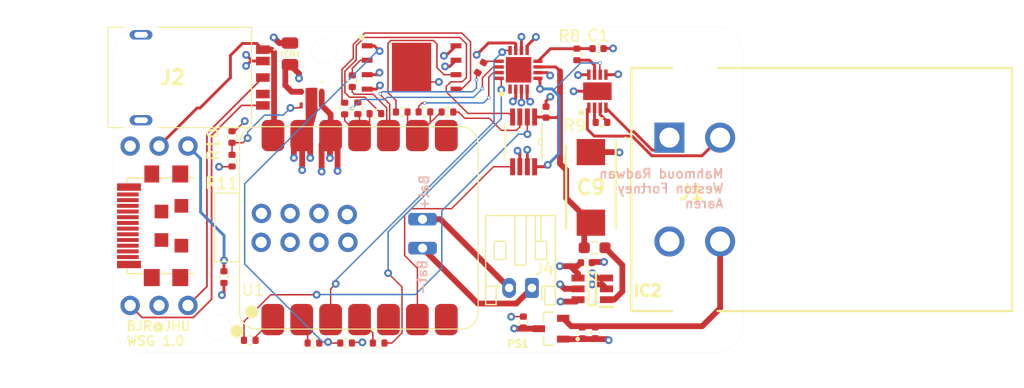
<source format=kicad_pcb>
(kicad_pcb (version 20221018) (generator pcbnew)
  (layers (0 "F.Cu" signal "Front") (1 "In1.Cu" signal) (2 "In2.Cu" signal) (31 "B.Cu" signal "Back") (34 "B.Paste" user) (35 "F.Paste" user) (36 "B.SilkS" user "B.Silkscreen") (37 "F.SilkS" user "F.Silkscreen") (38 "B.Mask" user) (39 "F.Mask" user) (44 "Edge.Cuts" user))
  (net 0 "")
  (net 1 "FilteredSig")
  (net 2 "GNDA")
  (net 3 "5V5")
  (net 4 "2V5 Ref")
  (net 5 "5V Reference")
  (net 7 "DAC Bias")
  (net 8 "3V3")
  (net 9 "ADC DReady")
  (net 10 "MISO")
  (net 11 "MOSI")
  (net 12 "SCLK")
  (net 13 "CS-ADC")
  (net 15 "S-")
  (net 16 "Net-(IC3-RG_1)")
  (net 17 "Net-(IC3-RG_2)")
  (net 18 "S+")
  (net 19 "AmplifiedSig")
  (net 20 "CS-MEM")
  (net 21 "5V USB")
  (net 23 "USB_D+")
  (net 24 "USB_D-")
  (net 27 "Net-(PS2-FB)")
  (net 28 "CS-DAC")
  (net 29 "Net-(U1-PA02_A0_D0)")
  (net 30 "Net-(U1-PA4_A1_D1)")
  (net 31 "Net-(U1-PA11_A3_D3)")
  (net 32 "LDAC-DAC")
  (net 33 "Net-(J3-CC)")
  (net 37 "BAT-")
  (net 38 "BAT+")
  (net 45 "MISO_ADC")
  (net 46 "MOSI_ADC")
  (net 47 "SCLK_ADC")
  (net 48 "MISO_FLASH")
  (net 49 "MOSI_FLASH")
  (net 50 "SCLK_FLASH")
  (net 51 "SCLK_DAC")
  (net 52 "MOSI_DAC")
  (net 54 "Net-(IC2-OUT)")
  (footprint "21xt_footprints:SOT91P240X110-3N" (layer "F.Cu") (at 38.45 26.53 180)
    (fp_text reference "PS1")
    (fp_text value "AP2120N-2.5TRG1")
  )
  (footprint "21xt_footprints:USB_C_PLACE" (layer "F.Cu") (at 1.48 17.49 90)
    (fp_text reference "J3" hide)
    (fp_text value "USB_C_Plug_USB2.0")
  )
  (footprint "Capacitor_SMD:C_0402_1005Metric" (layer "F.Cu") (at 38.01 7.51 -90)
    (fp_text reference "C6" hide)
    (fp_text value ".1uF")
  )
  (footprint "Capacitor_SMD:C_0402_1005Metric" (layer "F.Cu") (at 42.33 26.89 -90)
    (fp_text reference "C5" hide)
    (fp_text value "10uF")
  )
  (footprint "Resistor_SMD:R_0402_1005Metric" (layer "F.Cu") (at 42.88 8.41)
    (fp_text reference "R9")
    (fp_text value "200")
  )
  (footprint "21xt_footprints:MCP1501-50" (layer "F.Cu") (at 42.07 23.03 180)
    (fp_text reference "IC2")
    (fp_text value "MCP1502T-50E_CHY" hide)
  )
  (footprint "Resistor_SMD:R_0402_1005Metric" (layer "F.Cu") (at 9.72 22 -90)
    (fp_text reference "R13" hide)
    (fp_text value "5k")
  )
  (footprint "Capacitor_SMD:C_0805_2012Metric" (layer "F.Cu") (at 15.52 2.39 90)
    (fp_text reference "C8")
    (fp_text value "47uF")
  )
  (footprint "21xt_footprints:AD5626" (layer "F.Cu") (at 36.04 10.12 -90)
    (fp_text reference "U2" hide)
    (fp_text value "AD5626BRMZ")
  )
  (footprint "21xt_footprints:DTF134PG003" (layer "F.Cu") (at 48.85 9.75 180)
    (fp_text reference "J1")
    (fp_text value "ATF13-4P-BM13" hide)
  )
  (footprint "21xt_footprints:SON50P300X300X80-9N-D" (layer "F.Cu") (at 42.52 5.67 90)
    (fp_text reference "IC3" hide)
    (fp_text value "INA821IDRGR" hide)
  )
  (footprint "Resistor_SMD:R_0402_1005Metric" (layer "F.Cu") (at 25.34 7.5)
    (fp_text reference "R3" hide)
    (fp_text value "45.5")
  )
  (footprint "21xt_footprints:CAPPM7344X310N" (layer "F.Cu") (at 41.95 14.12 -90)
    (fp_text reference "C9")
    (fp_text value "TAJD106M035RNJ" hide)
  )
  (footprint "Resistor_SMD:R_0402_1005Metric" (layer "F.Cu") (at 32.27 3.6 -120)
    (fp_text reference "R14" hide)
    (fp_text value "45.5")
  )
  (footprint "Capacitor_SMD:C_0402_1005Metric" (layer "F.Cu") (at 41.55 20.73)
    (fp_text reference "C2" hide)
    (fp_text value "0.1uF")
  )
  (footprint "Resistor_SMD:R_0402_1005Metric" (layer "F.Cu") (at 20.45 27.79 180)
    (fp_text reference "R12" hide)
    (fp_text value "100k")
  )
  (footprint "21xt_footprints:SON127P800X600X80-9N-D" (layer "F.Cu") (at 26.2 3.585)
    (fp_text reference "IC4" hide)
    (fp_text value "W25N04KVZEIR" hide)
  )
  (footprint "Resistor_SMD:R_0603_1608Metric_Pad0.98x0.95mm_HandSolder" (layer "F.Cu") (at 42.28 19.42)
    (fp_text reference "R6" hide)
    (fp_text value "60")
  )
  (footprint "Resistor_SMD:R_0402_1005Metric" (layer "F.Cu") (at 11.99 27.55)
    (fp_text reference "R4" hide)
    (fp_text value "45.5")
  )
  (footprint "Capacitor_SMD:C_0402_1005Metric" (layer "F.Cu") (at 42.58 1.93)
    (fp_text reference "C1")
    (fp_text value "10nF")
  )
  (footprint "Resistor_SMD:R_0402_1005Metric" (layer "F.Cu") (at 10.43 9.69 -90)
    (fp_text reference "R10")
    (fp_text value "80.6k")
  )
  (footprint "Resistor_SMD:R_0402_1005Metric" (layer "F.Cu") (at 29.35 7.5 180)
    (fp_text reference "R2" hide)
    (fp_text value "45.5")
  )
  (footprint "Resistor_SMD:R_0402_1005Metric" (layer "F.Cu") (at 23.31 27.79 180)
    (fp_text reference "R7" hide)
    (fp_text value "45.5")
  )
  (footprint "Resistor_SMD:R_0402_1005Metric" (layer "F.Cu") (at 27.33 7.49)
    (fp_text reference "R1" hide)
    (fp_text value "45.5")
  )
  (footprint "Resistor_SMD:R_0402_1005Metric" (layer "F.Cu") (at 10.43 11.77 -90)
    (fp_text reference "R11")
    (fp_text value "806k")
  )
  (footprint "Capacitor_SMD:C_0402_1005Metric" (layer "F.Cu") (at 41.19 26.9 -90)
    (fp_text reference "C4" hide)
    (fp_text value "1uF")
  )
  (footprint "21xt_footprints:TPSM83100SIUR" (layer "F.Cu") (at 17.41 6.32 -90)
    (fp_text reference "PS2" hide)
    (fp_text value "TPSM83100SIUR" hide)
  )
  (footprint "Resistor_SMD:R_0402_1005Metric" (layer "F.Cu") (at 20.99 4.79 -90)
    (fp_text reference "R16" hide)
    (fp_text value "45.5")
  )
  (footprint "21xt_footprints:QFN50P350X350X100-17N-D" (layer "F.Cu") (at 35.6 3.79 90)
    (fp_text reference "IC1" hide)
    (fp_text value "ADS1120IRVAR" hide)
  )
  (footprint "Capacitor_SMD:C_0402_1005Metric" (layer "F.Cu") (at 36.02 25.95 90)
    (fp_text reference "C3" hide)
    (fp_text value "1uF")
  )
  (footprint "Connector_JST:JST_PH_S2B-PH-K_1x02_P2.00mm_Horizontal" (layer "F.Cu") (at 36.77 22.95 180)
    (fp_text reference "J4")
    (fp_text value "Conn_01x02")
  )
  (footprint "21xt_footprints:esp32 c6 smt" (layer "F.Cu") (at 21.6085 17.4484 90)
    (fp_text reference "U1")
    (fp_text value "esp32 c6 xiao")
  )
  (footprint "Resistor_SMD:R_0402_1005Metric" (layer "F.Cu") (at 21.48 7.17 -90)
    (fp_text reference "R17" hide)
    (fp_text value "45.5")
  )
  (footprint "21xt_footprints:SJ3541ASSMTTR67" (layer "F.Cu") (at 5.19 4.47)
    (fp_text reference "J2")
    (fp_text value "SJ-3541AS-SMT-TR-67" hide)
  )
  (footprint "Resistor_SMD:R_0402_1005Metric" (layer "F.Cu") (at 40.72 2.44 90)
    (fp_text reference "R8")
    (fp_text value "1k")
  )
  (footprint "Resistor_SMD:R_0402_1005Metric" (layer "F.Cu") (at 20.32 7.19 -90)
    (fp_text reference "R19" hide)
    (fp_text value "45.5")
  )
  (footprint "Resistor_SMD:R_0402_1005Metric" (layer "F.Cu") (at 17.58 27.79 180)
    (fp_text reference "R5" hide)
    (fp_text value "45.5")
  )
  (footprint "Resistor_SMD:R_0402_1005Metric" (layer "F.Cu") (at 23.02 7.64 180)
    (fp_text reference "R18" hide)
    (fp_text value "45.5")
  )
  (gr_arc (start 52.832 0) (mid 54.62805 0.74395) (end 55.372 2.54) (stroke (width 0.01)) (layer "Edge.Cuts"))
  (gr_circle (center 18.51025 2.159127) (end 19.64055 2.159127) (stroke (width 0.01)) (fill none) (layer "Edge.Cuts"))
  (gr_line (start 2.54 28.60675) (end 52.832 28.60675) (stroke (width 0.01)) (layer "Edge.Cuts"))
  (gr_arc (start 55.372 26.06675) (mid 54.628051 27.862801) (end 52.832 28.60675) (stroke (width 0.01)) (layer "Edge.Cuts"))
  (gr_circle (center 9.23125 26.447877) (end 10.36155 26.447877) (stroke (width 0.01)) (fill none) (layer "Edge.Cuts"))
  (gr_line (start 52.832 0) (end 2.54 0) (stroke (width 0.01)) (layer "Edge.Cuts"))
  (gr_line (start 55.372 26.06675) (end 55.372 2.54) (stroke (width 0.01)) (layer "Edge.Cuts"))
  (gr_arc (start 0 2.54) (mid 0.743949 0.743949) (end 2.54 0) (stroke (width 0.01)) (layer "Edge.Cuts"))
  (gr_arc (start 2.54 28.60675) (mid 0.743948 27.862801) (end 0 26.06675) (stroke (width 0.01)) (layer "Edge.Cuts"))
  (gr_line (start 0 2.54) (end 0 26.06675) (stroke (width 0.01)) (layer "Edge.Cuts"))
  (gr_text "Bat-" (at 27.63 20.4 90) (layer "B.SilkS") (effects (font (size 0.8128 0.8128) (thickness 0.1524) bold) (justify left bottom mirror)))
  (gr_text "Mahmoud Radwan\nWeston Fortney\nAaren" (at 53.69 16.01) (layer "B.SilkS") (effects (font (size 0.8128 0.8128) (thickness 0.1524) bold) (justify left bottom mirror)))
  (gr_text "Bat+" (at 27.78 12.94 90) (layer "B.SilkS") (effects (font (size 0.8128 0.8128) (thickness 0.1524) bold) (justify left bottom mirror)))
  (gr_text "BJR@JHU\nWSG 1.0" (at 1.07 28.09) (layer "F.SilkS") (effects (font (size 0.8128 0.8128) (thickness 0.1524) bold) (justify left bottom)))
  (segment (start 42.1 1.93) (end 40.72 1.93) (width 0.254) (layer "F.Cu") (net 1))
  (segment (start 40.72 1.93) (end 40.71 1.94) (width 0.254) (layer "F.Cu") (net 1))
  (segment (start 40.71 1.94) (end 38.4 1.94) (width 0.254) (layer "F.Cu") (net 1))
  (segment (start 38.4 1.94) (end 37.3 3.04) (width 0.254) (layer "F.Cu") (net 1))
  (segment (start 35.35 6.32) (end 35.1 6.57) (width 0.254) (layer "F.Cu") (net 2))
  (segment (start 16.59 9.605) (end 16.55 9.565) (width 0.508) (layer "F.Cu") (net 2))
  (segment (start 36.02 25.47) (end 34.96 25.47) (width 0.127) (layer "F.Cu") (net 2))
  (segment (start 9.72 22.51) (end 9.72 23.4) (width 0.254) (layer "F.Cu") (net 2))
  (segment (start 43.11 20.67) (end 42.09 20.67) (width 0.508) (layer "F.Cu") (net 2))
  (segment (start 36.3702 12.3044) (end 36.3702 10.8202) (width 0.254) (layer "F.Cu") (net 2))
  (segment (start 10.43 9.18) (end 10.67 9.18) (width 0.127) (layer "F.Cu") (net 2))
  (segment (start 9.72 23.4) (end 9.54 23.58) (width 0.254) (layer "F.Cu") (net 2))
  (segment (start 15.52 1.44) (end 14.58 1.44) (width 0.508) (layer "F.Cu") (net 2))
  (segment (start 41.95 11.02) (end 44.43 11.02) (width 0.508) (layer "F.Cu") (net 2))
  (segment (start 23.090111 5.49) (end 23.422504 5.157607) (width 0.254) (layer "F.Cu") (net 2))
  (segment (start 36.35 6.32) (end 36.62 6.59) (width 0.254) (layer "F.Cu") (net 2))
  (segment (start 16.59 12.6) (end 16.59 9.605) (width 0.508) (layer "F.Cu") (net 2))
  (segment (start 11.67 2.48) (end 12.21 3.02) (width 0.254) (layer "F.Cu") (net 2))
  (segment (start 44.43 11.02) (end 44.46 11.05) (width 0.508) (layer "F.Cu") (net 2))
  (segment (start 35.35 5.49) (end 35.35 6.32) (width 0.254) (layer "F.Cu") (net 2))
  (segment (start 42.93 22.64) (end 42.06 22.64) (width 0.508) (layer "F.Cu") (net 2))
  (segment (start 38.01 6.53) (end 38.38 6.16) (width 0.254) (layer "F.Cu") (net 2))
  (segment (start 14.58 1.44) (end 14.09 0.95) (width 0.508) (layer "F.Cu") (net 2))
  (segment (start 15.86 10.255) (end 16.55 9.565) (width 0.508) (layer "F.Cu") (net 2))
  (segment (start 39.64 23.03) (end 39.24 22.63) (width 0.508) (layer "F.Cu") (net 2))
  (segment (start 17.3 10.315) (end 16.55 9.565) (width 0.508) (layer "F.Cu") (net 2))
  (segment (start 42.51 22.08) (end 42.09 21.66) (width 0.508) (layer "F.Cu") (net 2))
  (segment (start 38.12 4.04) (end 38.37 4.29) (width 0.254) (layer "F.Cu") (net 2))
  (segment (start 40.82 23.03) (end 39.64 23.03) (width 0.508) (layer "F.Cu") (net 2))
  (segment (start 43.32 23.03) (end 42.93 22.64) (width 0.508) (layer "F.Cu") (net 2))
  (segment (start 42.09 22.67) (end 42.06 22.64) (width 0.508) (layer "F.Cu") (net 2))
  (segment (start 15.86 11.53) (end 15.86 10.255) (width 0.508) (layer "F.Cu") (net 2))
  (segment (start 43.27 4.22) (end 44.31 4.22) (width 0.254) (layer "F.Cu") (net 2))
  (segment (start 17.3 11.53) (end 17.3 10.315) (width 0.508) (layer "F.Cu") (net 2))
  (segment (start 40.45 5.67) (end 40.44 5.68) (width 0.254) (layer "F.Cu") (net 2))
  (segment (start 42.52 5.67) (end 40.45 5.67) (width 0.254) (layer "F.Cu") (net 2))
  (segment (start 26.2 3.585) (end 27.475 4.86) (width 0.127) (layer "F.Cu") (net 2))
  (segment (start 39.52 27.445) (end 43.415 27.445) (width 0.508) (layer "F.Cu") (net 2))
  (segment (start 36.35 5.49) (end 36.35 6.32) (width 0.254) (layer "F.Cu") (net 2))
  (segment (start 43.32 22.08) (end 42.51 22.08) (width 0.508) (layer "F.Cu") (net 2))
  (segment (start 42.09 20.67) (end 42.03 20.73) (width 0.508) (layer "F.Cu") (net 2))
  (segment (start 10.67 9.18) (end 11.55 8.3) (width 0.127) (layer "F.Cu") (net 2))
  (segment (start 43.08 1.91) (end 43.9 1.91) (width 0.254) (layer "F.Cu") (net 2))
  (segment (start 12.21 3.02) (end 13.14 3.02) (width 0.254) (layer "F.Cu") (net 2))
  (segment (start 36.3702 10.8202) (end 36.36 10.81) (width 0.254) (layer "F.Cu") (net 2))
  (segment (start 42.08 21.67) (end 42.09 21.66) (width 0.508) (layer "F.Cu") (net 2))
  (segment (start 12.21 3.02) (end 12.1 3.02) (width 0.254) (layer "F.Cu") (net 2))
  (segment (start 43.06 1.93) (end 43.08 1.91) (width 0.254) (layer "F.Cu") (net 2))
  (segment (start 38.01 7.03) (end 38.01 6.53) (width 0.254) (layer "F.Cu") (net 2))
  (segment (start 12.1 3.02) (end 11.67 3.45) (width 0.254) (layer "F.Cu") (net 2))
  (segment (start 27.475 4.86) (end 28.6 4.86) (width 0.127) (layer "F.Cu") (net 2))
  (segment (start 43.415 27.445) (end 43.51 27.54) (width 0.508) (layer "F.Cu") (net 2))
  (segment (start 17.11 9.005) (end 16.55 9.565) (width 0.254) (layer "F.Cu") (net 2))
  (segment (start 37.3 4.04) (end 38.12 4.04) (width 0.254) (layer "F.Cu") (net 2))
  (segment (start 44.31 4.22) (end 44.35 4.18) (width 0.254) (layer "F.Cu") (net 2))
  (segment (start 34.96 25.47) (end 34.95 25.48) (width 0.127) (layer "F.Cu") (net 2))
  (segment (start 22.3 5.49) (end 23.090111 5.49) (width 0.254) (layer "F.Cu") (net 2))
  (segment (start 35.85 5.49) (end 35.85 6.67) (width 0.254) (layer "F.Cu") (net 2))
  (via (at 35.85 6.67) (size 0.6858) (drill 0.3302) (layers "F.Cu" "B.Cu") (net 2))
  (via (at 35.1 6.57) (size 0.6858) (drill 0.3302) (layers "F.Cu" "B.Cu") (net 2))
  (via (at 15.86 11.53) (size 0.6858) (drill 0.3302) (layers "F.Cu" "B.Cu") (net 2))
  (via (at 28.6 4.86) (size 0.6858) (drill 0.3302) (layers "F.Cu" "B.Cu") (net 2))
  (via (at 43.11 20.67) (size 0.6858) (drill 0.3302) (layers "F.Cu" "B.Cu") (net 2))
  (via (at 11.55 8.3) (size 0.6858) (drill 0.3302) (layers "F.Cu" "B.Cu") (net 2))
  (via (at 11.67 3.45) (size 0.6858) (drill 0.3302) (layers "F.Cu" "B.Cu") (net 2))
  (via (at 42.09 21.66) (size 0.6858) (drill 0.3302) (layers "F.Cu" "B.Cu") (net 2))
  (via (at 42.06 22.64) (size 0.6858) (drill 0.3302) (layers "F.Cu" "B.Cu") (net 2))
  (via (at 11.67 2.48) (size 0.6858) (drill 0.3302) (layers "F.Cu" "B.Cu") (net 2))
  (via (at 36.62 6.59) (size 0.6858) (drill 0.3302) (layers "F.Cu" "B.Cu") (net 2))
  (via (at 23.422504 5.157607) (size 0.6858) (drill 0.3302) (layers "F.Cu" "B.Cu") (net 2))
  (via (at 44.46 11.05) (size 0.6858) (drill 0.3302) (layers "F.Cu" "B.Cu") (net 2))
  (via (at 9.54 23.58) (size 0.6858) (drill 0.3302) (layers "F.Cu" "B.Cu") (net 2))
  (via (at 34.95 25.48) (size 0.6858) (drill 0.3302) (layers "F.Cu" "B.Cu") (net 2))
  (via (at 44.35 4.18) (size 0.6858) (drill 0.3302) (layers "F.Cu" "B.Cu") (net 2))
  (via (at 38.37 4.29) (size 0.6858) (drill 0.3302) (layers "F.Cu" "B.Cu") (net 2))
  (via (at 39.24 22.63) (size 0.6858) (drill 0.3302) (layers "F.Cu" "B.Cu") (net 2))
  (via (at 38.38 6.16) (size 0.6858) (drill 0.3302) (layers "F.Cu" "B.Cu") (net 2))
  (via (at 16.59 12.6) (size 0.6858) (drill 0.3302) (layers "F.Cu" "B.Cu") (net 2))
  (via (at 14.09 0.95) (size 0.6858) (drill 0.3302) (layers "F.Cu" "B.Cu") (net 2))
  (via (at 36.36 10.81) (size 0.6858) (drill 0.3302) (layers "F.Cu" "B.Cu") (net 2))
  (via (at 43.9 1.91) (size 0.6858) (drill 0.3302) (layers "F.Cu" "B.Cu") (net 2))
  (via (at 17.3 11.53) (size 0.6858) (drill 0.3302) (layers "F.Cu" "B.Cu") (net 2))
  (via (at 43.51 27.54) (size 0.6858) (drill 0.3302) (layers "F.Cu" "B.Cu") (net 2))
  (via (at 40.44 5.68) (size 0.6858) (drill 0.3302) (layers "F.Cu" "B.Cu") (net 2))
  (segment (start 35.7098 11.0998) (end 35.51 10.9) (width 0.254) (layer "F.Cu") (net 3))
  (segment (start 15.11 3.75) (end 15.52 3.34) (width 0.508) (layer "F.Cu") (net 3))
  (segment (start 35.25 26.55) (end 35.21 26.51) (width 0.508) (layer "F.Cu") (net 3))
  (segment (start 39.22 21.04) (end 40.16 21.04) (width 0.508) (layer "F.Cu") (net 3))
  (segment (start 10.43 12.28) (end 10.4 12.31) (width 0.127) (layer "F.Cu") (net 3))
  (segment (start 40.85 4.22) (end 40.82 4.25) (width 0.254) (layer "F.Cu") (net 3))
  (segment (start 40.82 21.7) (end 40.82 22.08) (width 0.508) (layer "F.Cu") (net 3))
  (segment (start 16.31 4.54) (end 16.31 4.13) (width 0.508) (layer "F.Cu") (net 3))
  (segment (start 39.28 21.1) (end 39.22 21.04) (width 0.508) (layer "F.Cu") (net 3))
  (segment (start 41.07 20.73) (end 40.76 21.04) (width 0.508) (layer "F.Cu") (net 3))
  (segment (start 35.23 26.53) (end 35.21 26.51) (width 0.508) (layer "F.Cu") (net 3))
  (segment (start 40.65 24.15) (end 40.82 23.98) (width 0.508) (layer "F.Cu") (net 3))
  (segment (start 39.28 24.15) (end 40.65 24.15) (width 0.508) (layer "F.Cu") (net 3))
  (segment (start 40.76 21.04) (end 40.16 21.04) (width 0.508) (layer "F.Cu") (net 3))
  (segment (start 37.38 26.53) (end 35.23 26.53) (width 0.508) (layer "F.Cu") (net 3))
  (segment (start 41.77 4.22) (end 40.85 4.22) (width 0.254) (layer "F.Cu") (net 3))
  (segment (start 10.4 12.31) (end 9.29 12.31) (width 0.127) (layer "F.Cu") (net 3))
  (segment (start 15.11 5.14) (end 15.11 3.75) (width 0.508) (layer "F.Cu") (net 3))
  (segment (start 16.31 4.13) (end 15.52 3.34) (width 0.508) (layer "F.Cu") (net 3))
  (segment (start 15.1 5.15) (end 15.11 5.14) (width 0.508) (layer "F.Cu") (net 3))
  (segment (start 40.16 21.04) (end 40.82 21.7) (width 0.508) (layer "F.Cu") (net 3))
  (segment (start 15.67 5.72) (end 15.1 5.15) (width 0.508) (layer "F.Cu") (net 3))
  (segment (start 16.51 5.72) (end 15.67 5.72) (width 0.508) (layer "F.Cu") (net 3))
  (segment (start 35.85 0.89) (end 35.85 2.09) (width 0.254) (layer "F.Cu") (net 3))
  (segment (start 35.7098 12.3044) (end 35.7098 11.0998) (width 0.254) (layer "F.Cu") (net 3))
  (via (at 40.82 4.25) (size 0.6858) (drill 0.3302) (layers "F.Cu" "B.Cu") (net 3))
  (via (at 9.29 12.31) (size 0.6858) (drill 0.3302) (layers "F.Cu" "B.Cu") (net 3))
  (via (at 35.51 10.9) (size 0.6858) (drill 0.3302) (layers "F.Cu" "B.Cu") (net 3))
  (via (at 16.31 4.54) (size 0.6858) (drill 0.3302) (layers "F.Cu" "B.Cu") (net 3))
  (via (at 39.22 21.04) (size 0.6858) (drill 0.3302) (layers "F.Cu" "B.Cu") (net 3))
  (via (at 39.28 24.15) (size 0.6858) (drill 0.3302) (layers "F.Cu" "B.Cu") (net 3))
  (via (at 35.21 26.51) (size 0.6858) (drill 0.3302) (layers "F.Cu" "B.Cu") (net 3))
  (via (at 35.85 0.89) (size 0.6858) (drill 0.3302) (layers "F.Cu" "B.Cu") (net 3))
  (segment (start 36.35 2.09) (end 36.35 1.68) (width 0.254) (layer "F.Cu") (net 4))
  (segment (start 51.727114 26.31) (end 53.3 24.737114) (width 0.508) (layer "F.Cu") (net 4))
  (segment (start 39.52 25.615) (end 40.215 26.31) (width 0.508) (layer "F.Cu") (net 4))
  (segment (start 53.3 24.737114) (end 53.3 18.87) (width 0.508) (layer "F.Cu") (net 4))
  (segment (start 40.215 26.31) (end 51.727114 26.31) (width 0.508) (layer "F.Cu") (net 4))
  (segment (start 36.35 1.68) (end 37.12 0.91) (width 0.254) (layer "F.Cu") (net 4))
  (via (at 37.12 0.91) (size 0.6858) (drill 0.3302) (layers "F.Cu" "B.Cu") (net 4))
  (segment (start 38.87 3.54) (end 39.24 3.91) (width 0.254) (layer "F.Cu") (net 5))
  (segment (start 41.3675 19.42) (end 41.3675 17.8025) (width 0.508) (layer "F.Cu") (net 5))
  (segment (start 39.1012 7.99) (end 39.1556 7.9356) (width 0.254) (layer "F.Cu") (net 5))
  (segment (start 39.78 12.58) (end 39.78 15.05) (width 0.508) (layer "F.Cu") (net 5))
  (segment (start 39.24 8.02) (end 39.24 3.91) (width 0.508) (layer "F.Cu") (net 5))
  (segment (start 37.3 3.54) (end 38.87 3.54) (width 0.254) (layer "F.Cu") (net 5))
  (segment (start 37.0052 7.9356) (end 37.9556 7.9356) (width 0.254) (layer "F.Cu") (net 5))
  (segment (start 39.78 15.05) (end 41.95 17.22) (width 0.508) (layer "F.Cu") (net 5))
  (segment (start 39.24 12.04) (end 39.78 12.58) (width 0.508) (layer "F.Cu") (net 5))
  (segment (start 38.01 7.99) (end 39.1012 7.99) (width 0.254) (layer "F.Cu") (net 5))
  (segment (start 39.24 8.02) (end 39.1556 7.9356) (width 0.508) (layer "F.Cu") (net 5))
  (segment (start 41.3675 17.8025) (end 41.95 17.22) (width 0.508) (layer "F.Cu") (net 5))
  (segment (start 39.24 8.02) (end 39.24 12.04) (width 0.508) (layer "F.Cu") (net 5))
  (segment (start 37.9556 7.9356) (end 38.01 7.99) (width 0.254) (layer "F.Cu") (net 5))
  (segment (start 37.9956 12.3044) (end 38.16 12.14) (width 0.254) (layer "F.Cu") (net 7))
  (segment (start 37.48 5.47) (end 37.48 4.72) (width 0.254) (layer "F.Cu") (net 7))
  (segment (start 37.48 4.72) (end 37.3 4.54) (width 0.254) (layer "F.Cu") (net 7))
  (segment (start 42.74 4.19) (end 42.77 4.22) (width 0.127) (layer "F.Cu") (net 7))
  (segment (start 37.0052 12.3044) (end 37.9956 12.3044) (width 0.254) (layer "F.Cu") (net 7))
  (segment (start 42.74 3.19) (end 42.74 4.19) (width 0.127) (layer "F.Cu") (net 7))
  (via (at 37.48 5.47) (size 0.6858) (drill 0.3302) (layers "F.Cu" "B.Cu") (net 7))
  (via (at 38.16 12.14) (size 0.6858) (drill 0.3302) (layers "F.Cu" "B.Cu") (net 7))
  (via (at 42.74 3.19) (size 0.3) (drill 0.2) (layers "F.Cu" "B.Cu") (net 7))
  (segment (start 40.57 3.67) (end 41.05 3.19) (width 0.127) (layer "B.Cu") (net 7))
  (segment (start 38.652072 5.587928) (end 38.534144 5.47) (width 0.254) (layer "B.Cu") (net 7))
  (segment (start 38.652072 5.587928) (end 40.57 3.67) (width 0.127) (layer "B.Cu") (net 7))
  (segment (start 39.17 11.13) (end 38.16 12.14) (width 0.254) (layer "B.Cu") (net 7))
  (segment (start 41.05 3.19) (end 42.74 3.19) (width 0.127) (layer "B.Cu") (net 7))
  (segment (start 38.534144 5.47) (end 37.48 5.47) (width 0.254) (layer "B.Cu") (net 7))
  (segment (start 38.652072 5.587928) (end 39.17 6.105856) (width 0.254) (layer "B.Cu") (net 7))
  (segment (start 39.17 6.105856) (end 39.17 11.13) (width 0.254) (layer "B.Cu") (net 7))
  (segment (start 29.39 2.39) (end 30.1 1.68) (width 0.254) (layer "F.Cu") (net 8))
  (segment (start 29.39 2.39) (end 29.21 2.39) (width 0.254) (layer "F.Cu") (net 8))
  (segment (start 21.02 27.73) (end 21.88 27.73) (width 0.127) (layer "F.Cu") (net 8))
  (segment (start 18.3 10.355) (end 19.09 9.565) (width 0.508) (layer "F.Cu") (net 8))
  (segment (start 18.3 12.73) (end 18.3 10.355) (width 0.508) (layer "F.Cu") (net 8))
  (segment (start 19.7 10.175) (end 19.09 9.565) (width 0.508) (layer "F.Cu") (net 8))
  (segment (start 23.2 4.22) (end 23.38 4.04) (width 0.254) (layer "F.Cu") (net 8))
  (segment (start 29.56 3.49) (end 30.1 2.95) (width 0.254) (layer "F.Cu") (net 8))
  (segment (start 19.7 12.68) (end 19.7 10.175) (width 0.508) (layer "F.Cu") (net 8))
  (segment (start 29.21 2.39) (end 29.04 2.56) (width 0.254) (layer "F.Cu") (net 8))
  (segment (start 32.9574 1.436) (end 35.254 1.436) (width 0.254) (layer "F.Cu") (net 8))
  (segment (start 20.96 27.79) (end 21.02 27.73) (width 0.127) (layer "F.Cu") (net 8))
  (segment (start 19.09 7.7) (end 18.31 6.92) (width 0.508) (layer "F.Cu") (net 8))
  (segment (start 31.9134 2.48) (end 32.9574 1.436) (width 0.254) (layer "F.Cu") (net 8))
  (segment (start 19.03 11.55) (end 19.03 9.625) (width 0.508) (layer "F.Cu") (net 8))
  (segment (start 19.69 12.67) (end 19.7 12.68) (width 0.508) (layer "F.Cu") (net 8))
  (segment (start 19.03 9.625) (end 19.09 9.565) (width 0.508) (layer "F.Cu") (net 8))
  (segment (start 18.31 6.92) (end 18.31 5.72) (width 0.508) (layer "F.Cu") (net 8))
  (segment (start 29.15 3.49) (end 29.56 3.49) (width 0.254) (layer "F.Cu") (net 8))
  (segment (start 22.3 4.22) (end 23.2 4.22) (width 0.254) (layer "F.Cu") (net 8))
  (segment (start 35.35 1.532) (end 35.35 2.09) (width 0.254) (layer "F.Cu") (net 8))
  (segment (start 19.09 9.565) (end 19.09 7.7) (width 0.508) (layer "F.Cu") (net 8))
  (segment (start 35.254 1.436) (end 35.35 1.532) (width 0.254) (layer "F.Cu") (net 8))
  (via (at 31.9134 2.48) (size 0.6858) (drill 0.3302) (layers "F.Cu" "B.Cu") (net 8))
  (via (at 19.03 11.55) (size 0.6858) (drill 0.3302) (layers "F.Cu" "B.Cu") (net 8))
  (via (at 29.15 3.49) (size 0.6858) (drill 0.3302) (layers "F.Cu" "B.Cu") (net 8))
  (via (at 19.7 12.68) (size 0.6858) (drill 0.3302) (layers "F.Cu" "B.Cu") (net 8))
  (via (at 29.04 2.56) (size 0.6858) (drill 0.3302) (layers "F.Cu" "B.Cu") (net 8))
  (via (at 23.38 4.04) (size 0.6858) (drill 0.3302) (layers "F.Cu" "B.Cu") (net 8))
  (via (at 21.88 27.73) (size 0.6858) (drill 0.3302) (layers "F.Cu" "B.Cu") (net 8))
  (via (at 18.3 12.73) (size 0.6858) (drill 0.3302) (layers "F.Cu" "B.Cu") (net 8))
  (segment (start 19.09 23.04) (end 19.09 25.73) (width 0.127) (layer "F.Cu") (net 9))
  (segment (start 34.31 2.09) (end 34.16 2.24) (width 0.127) (layer "F.Cu") (net 9))
  (segment (start 19.54 22.59) (end 19.09 23.04) (width 0.127) (layer "F.Cu") (net 9))
  (segment (start 34.85 2.09) (end 34.31 2.09) (width 0.127) (layer "F.Cu") (net 9))
  (via (at 19.54 22.59) (size 0.6858) (drill 0.3302) (layers "F.Cu" "B.Cu") (net 9))
  (via (at 34.16 2.24) (size 0.6858) (drill 0.3302) (layers "F.Cu" "B.Cu") (net 9))
  (segment (start 34.16 2.24) (end 33.4435 2.9565) (width 0.127) (layer "B.Cu") (net 9))
  (segment (start 19.54 22.262954) (end 19.54 22.59) (width 0.127) (layer "B.Cu") (net 9))
  (segment (start 33.4435 2.9565) (end 33.4435 8.359454) (width 0.127) (layer "B.Cu") (net 9))
  (segment (start 33.4435 8.359454) (end 19.54 22.262954) (width 0.127) (layer "B.Cu") (net 9))
  (segment (start 24.02 7.14) (end 22.82 5.94) (width 0.127) (layer "F.Cu") (net 10))
  (segment (start 21.18 5.94) (end 20.99 5.75) (width 0.127) (layer "F.Cu") (net 10))
  (segment (start 24.28 9.455) (end 24.17 9.565) (width 0.127) (layer "F.Cu") (net 10))
  (segment (start 24.28 6.81) (end 24.28 9.455) (width 0.127) (layer "F.Cu") (net 10))
  (segment (start 24.02 9.415) (end 24.02 7.14) (width 0.127) (layer "F.Cu") (net 10))
  (segment (start 20.99 5.75) (end 20.99 5.3) (width 0.127) (layer "F.Cu") (net 10))
  (segment (start 23.45 5.98) (end 24.28 6.81) (width 0.127) (layer "F.Cu") (net 10))
  (segment (start 31.9 4.156673) (end 32.015 4.041673) (width 0.127) (layer "F.Cu") (net 10))
  (segment (start 22.82 5.94) (end 21.18 5.94) (width 0.127) (layer "F.Cu") (net 10))
  (segment (start 31.9 4.67) (end 31.9 4.156673) (width 0.127) (layer "F.Cu") (net 10))
  (segment (start 24.17 9.565) (end 24.02 9.415) (width 0.127) (layer "F.Cu") (net 10))
  (segment (start 23.45 5.9) (end 23.45 5.98) (width 0.127) (layer "F.Cu") (net 10))
  (via (at 23.45 5.9) (size 0.3) (drill 0.2) (layers "F.Cu" "B.Cu") (net 10))
  (via (at 31.9 4.67) (size 0.3) (drill 0.2) (layers "F.Cu" "B.Cu") (net 10))
  (segment (start 31.57 5.72) (end 23.63 5.72) (width 0.127) (layer "B.Cu") (net 10))
  (segment (start 23.63 5.72) (end 23.45 5.9) (width 0.127) (layer "B.Cu") (net 10))
  (segment (start 31.9 4.67) (end 31.9 5.39) (width 0.127) (layer "B.Cu") (net 10))
  (segment (start 31.9 5.39) (end 31.57 5.72) (width 0.127) (layer "B.Cu") (net 10))
  (segment (start 21.63 7.83) (end 21.48 7.68) (width 0.127) (layer "F.Cu") (net 11))
  (segment (start 20.32 8.255) (end 20.32 7.7) (width 0.127) (layer "F.Cu") (net 11))
  (segment (start 21.63 9.565) (end 21.63 7.83) (width 0.127) (layer "F.Cu") (net 11))
  (segment (start 21.55 7.75) (end 21.6 7.75) (width 0.127) (layer "F.Cu") (net 11))
  (segment (start 21.63 9.565) (end 20.32 8.255) (width 0.127) (layer "F.Cu") (net 11))
  (segment (start 22.51 8.685) (end 22.51 7.64) (width 0.127) (layer "F.Cu") (net 11))
  (segment (start 21.63 7.83) (end 21.55 7.75) (width 0.127) (layer "F.Cu") (net 11))
  (segment (start 21.63 9.565) (end 22.51 8.685) (width 0.127) (layer "F.Cu") (net 11))
  (segment (start 21.54 9.41) (end 21.41 9.41) (width 0.127) (layer "F.Cu") (net 11))
  (segment (start 27.84 8.435) (end 27.84 7.49) (width 0.127) (layer "F.Cu") (net 12))
  (segment (start 25.85 8.705) (end 25.85 7.5) (width 0.127) (layer "F.Cu") (net 12))
  (segment (start 28.775 7.5) (end 28.84 7.5) (width 0.127) (layer "F.Cu") (net 12))
  (segment (start 26.71 9.565) (end 28.775 7.5) (width 0.127) (layer "F.Cu") (net 12))
  (segment (start 26.71 9.565) (end 27.84 8.435) (width 0.127) (layer "F.Cu") (net 12))
  (segment (start 26.71 9.565) (end 25.85 8.705) (width 0.127) (layer "F.Cu") (net 12))
  (segment (start 24.468788 27.79) (end 25.3605 26.898288) (width 0.127) (layer "F.Cu") (net 13))
  (segment (start 23.82 27.79) (end 24.468788 27.79) (width 0.127) (layer "F.Cu") (net 13))
  (segment (start 25.3605 26.898288) (end 25.3605 22.8705) (width 0.127) (layer "F.Cu") (net 13))
  (segment (start 34.08 5.53) (end 34.08 4.72) (width 0.127) (layer "F.Cu") (net 13))
  (segment (start 25.3605 22.8705) (end 24.14 21.65) (width 0.127) (layer "F.Cu") (net 13))
  (segment (start 34.08 4.72) (end 33.9 4.54) (width 0.127) (layer "F.Cu") (net 13))
  (via (at 34.08 5.53) (size 0.6858) (drill 0.3302) (layers "F.Cu" "B.Cu") (net 13))
  (via (at 24.14 21.65) (size 0.6858) (drill 0.3302) (layers "F.Cu" "B.Cu") (net 13))
  (segment (start 24.14 21.65) (end 24.14 18.022164) (width 0.127) (layer "B.Cu") (net 13))
  (segment (start 34.08 8.082164) (end 34.08 5.53) (width 0.127) (layer "B.Cu") (net 13))
  (segment (start 24.14 18.022164) (end 34.08 8.082164) (width 0.127) (layer "B.Cu") (net 13))
  (segment (start 41.77 7.12) (end 41.64 7.25) (width 0.254) (layer "F.Cu") (net 15))
  (segment (start 51.71 11.34) (end 53.3 9.75) (width 0.254) (layer "F.Cu") (net 15))
  (segment (start 53.03 9.75) (end 53.3 9.75) (width 0.127) (layer "F.Cu") (net 15))
  (segment (start 45.572 9.616) (end 47.296 11.34) (width 0.254) (layer "F.Cu") (net 15))
  (segment (start 41.64 7.25) (end 41.64 9.01) (width 0.254) (layer "F.Cu") (net 15))
  (segment (start 41.64 9.01) (end 42.246 9.616) (width 0.254) (layer "F.Cu") (net 15))
  (segment (start 47.296 11.34) (end 51.71 11.34) (width 0.254) (layer "F.Cu") (net 15))
  (segment (start 42.246 9.616) (end 45.572 9.616) (width 0.254) (layer "F.Cu") (net 15))
  (segment (start 42.37 8.41) (end 42.27 8.31) (width 0.254) (layer "F.Cu") (net 16))
  (segment (start 42.27 8.31) (end 42.27 7.12) (width 0.254) (layer "F.Cu") (net 16))
  (segment (start 43.39 8.348) (end 42.77 7.728) (width 0.254) (layer "F.Cu") (net 17))
  (segment (start 42.77 7.728) (end 42.77 7.12) (width 0.254) (layer "F.Cu") (net 17))
  (segment (start 43.39 8.41) (end 43.39 8.348) (width 0.254) (layer "F.Cu") (net 17))
  (segment (start 43.27 7.12) (end 43.27 7.14) (width 0.254) (layer "F.Cu") (net 18))
  (segment (start 47.75 10.85) (end 48.85 9.75) (width 0.254) (layer "F.Cu") (net 18))
  (segment (start 43.27 7.14) (end 45.359 9.229) (width 0.254) (layer "F.Cu") (net 18))
  (segment (start 45.723816 9.229) (end 47.344816 10.85) (width 0.254) (layer "F.Cu") (net 18))
  (segment (start 45.359 9.229) (end 45.723816 9.229) (width 0.254) (layer "F.Cu") (net 18))
  (segment (start 47.344816 10.85) (end 47.75 10.85) (width 0.254) (layer "F.Cu") (net 18))
  (segment (start 42.27 3.39458) (end 41.82542 2.95) (width 0.254) (layer "F.Cu") (net 19))
  (segment (start 42.27 4.22) (end 42.27 3.39458) (width 0.254) (layer "F.Cu") (net 19))
  (segment (start 41.82542 2.95) (end 40.72 2.95) (width 0.254) (layer "F.Cu") (net 19))
  (segment (start 18.09 27.79) (end 18.18 27.7) (width 0.127) (layer "F.Cu") (net 20))
  (segment (start 22.3 1.68) (end 22.92 1.68) (width 0.254) (layer "F.Cu") (net 20))
  (segment (start 22.92 1.68) (end 23.39 2.15) (width 0.254) (layer "F.Cu") (net 20))
  (segment (start 19.94 27.79) (end 18.96 27.79) (width 0.127) (layer "F.Cu") (net 20))
  (segment (start 18.96 27.79) (end 18.87 27.7) (width 0.127) (layer "F.Cu") (net 20))
  (segment (start 18.18 27.7) (end 18.87 27.7) (width 0.127) (layer "F.Cu") (net 20))
  (via (at 18.87 27.7) (size 0.6858) (drill 0.3302) (layers "F.Cu" "B.Cu") (net 20))
  (via (at 23.39 2.15) (size 0.6858) (drill 0.3302) (layers "F.Cu" "B.Cu") (net 20))
  (segment (start 23.19 2.15) (end 23.39 2.15) (width 0.127) (layer "B.Cu") (net 20))
  (segment (start 18.39 27.7) (end 11.54 20.85) (width 0.127) (layer "B.Cu") (net 20))
  (segment (start 18.87 27.7) (end 18.39 27.7) (width 0.127) (layer "B.Cu") (net 20))
  (segment (start 11.54 13.8) (end 23.19 2.15) (width 0.127) (layer "B.Cu") (net 20))
  (segment (start 11.54 20.85) (end 11.54 13.8) (width 0.127) (layer "B.Cu") (net 20))
  (segment (start 7.625172 7.145172) (end 7.364828 7.145172) (width 0.254) (layer "F.Cu") (net 21))
  (segment (start 14.121 9.4725) (end 14.121 2.264) (width 0.508) (layer "F.Cu") (net 21))
  (segment (start 14.121 2.264) (end 13.877 2.02) (width 0.508) (layer "F.Cu") (net 21))
  (segment (start 12.6 1.48) (end 13.14 2.02) (width 0.254) (layer "F.Cu") (net 21))
  (segment (start 4.02 10.49) (end 7.364828 7.145172) (width 0.254) (layer "F.Cu") (net 21))
  (segment (start 13.877 2.02) (end 13.14 2.02) (width 0.508) (layer "F.Cu") (net 21))
  (segment (start 7.625172 7.145172) (end 10.29 4.480345) (width 0.254) (layer "F.Cu") (net 21))
  (segment (start 10.29 2.53) (end 11.34 1.48) (width 0.254) (layer "F.Cu") (net 21))
  (segment (start 14.235825 8.982675) (end 13.8085 9.41) (width 0.508) (layer "F.Cu") (net 21))
  (segment (start 13.14 2.02) (end 13.623 2.02) (width 0.254) (layer "F.Cu") (net 21))
  (segment (start 11.34 1.48) (end 12.6 1.48) (width 0.254) (layer "F.Cu") (net 21))
  (segment (start 10.29 4.480345) (end 10.29 2.53) (width 0.254) (layer "F.Cu") (net 21))
  (segment (start 14.0285 9.565) (end 14.121 9.4725) (width 0.508) (layer "F.Cu") (net 21))
  (segment (start 8.2268 9.3832) (end 8.2268 22.8232) (width 0.1524) (layer "F.Cu") (net 23))
  (segment (start 13.14 4.47) (end 8.2268 9.3832) (width 0.1524) (layer "F.Cu") (net 23))
  (segment (start 8.2268 22.8232) (end 6.56 24.49) (width 0.1524) (layer "F.Cu") (net 23))
  (segment (start 11.264737 6.92) (end 8.6332 9.551537) (width 0.1524) (layer "F.Cu") (net 24))
  (segment (start 8.6332 9.551537) (end 8.6332 23.9468) (width 0.1524) (layer "F.Cu") (net 24))
  (segment (start 8.6332 23.9468) (end 7.0368 25.5432) (width 0.1524) (layer "F.Cu") (net 24))
  (segment (start 2.5332 25.5432) (end 1.48 24.49) (width 0.1524) (layer "F.Cu") (net 24))
  (segment (start 13.14 6.92) (end 11.264737 6.92) (width 0.1524) (layer "F.Cu") (net 24))
  (segment (start 7.0368 25.5432) (end 2.5332 25.5432) (width 0.1524) (layer "F.Cu") (net 24))
  (segment (start 11.39 10.2) (end 11.8 9.79) (width 0.127) (layer "F.Cu") (net 27))
  (segment (start 10.43 11.26) (end 10.43 10.2) (width 0.127) (layer "F.Cu") (net 27))
  (segment (start 16.29 7.14) (end 16.51 6.92) (width 0.127) (layer "F.Cu") (net 27))
  (segment (start 10.43 10.2) (end 11.39 10.2) (width 0.127) (layer "F.Cu") (net 27))
  (segment (start 15.56 7.14) (end 16.29 7.14) (width 0.127) (layer "F.Cu") (net 27))
  (via (at 15.56 7.14) (size 0.6858) (drill 0.3302) (layers "F.Cu" "B.Cu") (net 27))
  (via (at 11.8 9.79) (size 0.6858) (drill 0.3302) (layers "F.Cu" "B.Cu") (net 27))
  (segment (start 11.8 9.79) (end 11.8 9.26) (width 0.127) (layer "B.Cu") (net 27))
  (segment (start 14.93 7.77) (end 15.56 7.14) (width 0.127) (layer "B.Cu") (net 27))
  (segment (start 11.8 9.26) (end 13.29 7.77) (width 0.127) (layer "B.Cu") (net 27))
  (segment (start 13.29 7.77) (end 14.93 7.77) (width 0.127) (layer "B.Cu") (net 27))
  (segment (start 13.831212 23.55) (end 17.86 23.55) (width 0.127) (layer "F.Cu") (net 28))
  (segment (start 11.48 25.901212) (end 13.831212 23.55) (width 0.127) (layer "F.Cu") (net 28))
  (segment (start 36.3702 9.4302) (end 36.3702 7.9356) (width 0.127) (layer "F.Cu") (net 28))
  (segment (start 36.38 9.44) (end 36.3702 9.4302) (width 0.127) (layer "F.Cu") (net 28))
  (segment (start 11.48 27.55) (end 11.48 25.901212) (width 0.127) (layer "F.Cu") (net 28))
  (via (at 36.38 9.44) (size 0.6858) (drill 0.3302) (layers "F.Cu" "B.Cu") (net 28))
  (via (at 17.86 23.55) (size 0.6858) (drill 0.3302) (layers "F.Cu" "B.Cu") (net 28))
  (segment (start 17.86 23.55) (end 17.88 23.53) (width 0.127) (layer "B.Cu") (net 28))
  (segment (start 35.59 9.44) (end 36.38 9.44) (width 0.127) (layer "B.Cu") (net 28))
  (segment (start 28.8541 21.2159) (end 28.8541 16.1759) (width 0.127) (layer "B.Cu") (net 28))
  (segment (start 28.8541 16.1759) (end 35.59 9.44) (width 0.127) (layer "B.Cu") (net 28))
  (segment (start 17.88 23.53) (end 26.54 23.53) (width 0.127) (layer "B.Cu") (net 28))
  (segment (start 26.54 23.53) (end 28.8541 21.2159) (width 0.127) (layer "B.Cu") (net 28))
  (segment (start 12.5 27.55) (end 12.5 27.24) (width 0.127) (layer "F.Cu") (net 29))
  (segment (start 13.79 25.575) (end 13.79 27.03) (width 0.127) (layer "F.Cu") (net 29))
  (segment (start 12.5 27.24) (end 14.01 25.73) (width 0.127) (layer "F.Cu") (net 29))
  (segment (start 17.07 26.25) (end 16.55 25.73) (width 0.127) (layer "F.Cu") (net 30))
  (segment (start 16.33 25.575) (end 17.425 26.67) (width 0.127) (layer "F.Cu") (net 30))
  (segment (start 17.07 27.79) (end 17.07 26.25) (width 0.127) (layer "F.Cu") (net 30))
  (segment (start 22.8 26.9) (end 22.8 27.79) (width 0.127) (layer "F.Cu") (net 31))
  (segment (start 21.63 25.73) (end 22.8 26.9) (width 0.127) (layer "F.Cu") (net 31))
  (segment (start 35.0748 12.3044) (end 33.3956 12.3044) (width 0.127) (layer "F.Cu") (net 32))
  (segment (start 29.71 15.99) (end 26.172164 15.99) (width 0.127) (layer "F.Cu") (net 32))
  (segment (start 26.172164 15.99) (end 25.59 16.572164) (width 0.127) (layer "F.Cu") (net 32))
  (segment (start 25.59 16.572164) (end 25.59 20.1) (width 0.127) (layer "F.Cu") (net 32))
  (segment (start 33.3956 12.3044) (end 29.71 15.99) (width 0.127) (layer "F.Cu") (net 32))
  (segment (start 25.59 20.1) (end 26.71 21.22) (width 0.127) (layer "F.Cu") (net 32))
  (segment (start 26.39 25.675) (end 26.49 25.575) (width 0.254) (layer "F.Cu") (net 32))
  (segment (start 26.71 21.22) (end 26.71 25.73) (width 0.127) (layer "F.Cu") (net 32))
  (segment (start 9.72 20.54) (end 9.73 20.53) (width 0.254) (layer "F.Cu") (net 33))
  (segment (start 9.72 21.49) (end 9.72 20.54) (width 0.254) (layer "F.Cu") (net 33))
  (via (at 9.73 20.53) (size 0.6858) (drill 0.3302) (layers "F.Cu" "B.Cu") (net 33))
  (segment (start 9.73 18.35) (end 7.67 16.29) (width 0.254) (layer "B.Cu") (net 33))
  (segment (start 7.67 16.29) (end 7.67 11.6) (width 0.254) (layer "B.Cu") (net 33))
  (segment (start 7.67 11.6) (end 6.56 10.49) (width 0.254) (layer "B.Cu") (net 33))
  (segment (start 9.73 20.53) (end 9.73 18.35) (width 0.254) (layer "B.Cu") (net 33))
  (segment (start 35.4 24.32) (end 36.77 22.95) (width 0.508) (layer "F.Cu") (net 37))
  (segment (start 27.1617 19.4564) (end 32.0253 24.32) (width 0.508) (layer "F.Cu") (net 37))
  (segment (start 32.0253 24.32) (end 35.4 24.32) (width 0.508) (layer "F.Cu") (net 37))
  (segment (start 28.7364 16.9164) (end 34.77 22.95) (width 0.508) (layer "F.Cu") (net 38))
  (segment (start 27.1617 16.9164) (end 28.7364 16.9164) (width 0.508) (layer "F.Cu") (net 38))
  (segment (start 32.643327 3.04) (end 32.525 3.158327) (width 0.127) (layer "F.Cu") (net 45))
  (segment (start 33.9 3.04) (end 32.643327 3.04) (width 0.127) (layer "F.Cu") (net 45))
  (segment (start 32.42 4.493) (end 33.373 3.54) (width 0.127) (layer "F.Cu") (net 46))
  (segment (start 20.99 7.18) (end 21.48 6.69) (width 0.127) (layer "F.Cu") (net 46))
  (segment (start 21.48 6.69) (end 21.48 6.66) (width 0.127) (layer "F.Cu") (net 46))
  (segment (start 33.373 3.54) (end 33.9 3.54) (width 0.127) (layer "F.Cu") (net 46))
  (segment (start 32.42 5.44) (end 32.42 4.493) (width 0.127) (layer "F.Cu") (net 46))
  (via (at 32.42 5.44) (size 0.3) (drill 0.2) (layers "F.Cu" "B.Cu") (net 46))
  (via (at 20.98 7.17) (size 0.3) (drill 0.2) (layers "F.Cu" "B.Cu") (net 46))
  (segment (start 31.65 6.21) (end 24.035488 6.21) (width 0.127) (layer "B.Cu") (net 46))
  (segment (start 24.035488 6.21) (end 23.845488 6.4) (width 0.127) (layer "B.Cu") (net 46))
  (segment (start 23.845488 6.4) (end 21.77 6.4) (width 0.127) (layer "B.Cu") (net 46))
  (segment (start 32.42 5.44) (end 31.65 6.21) (width 0.127) (layer "B.Cu") (net 46))
  (segment (start 21.77 6.4) (end 20.99 7.18) (width 0.127) (layer "B.Cu") (net 46))
  (segment (start 33.373 4.04) (end 33.9 4.04) (width 0.127) (layer "F.Cu") (net 47))
  (segment (start 32.98 6.24) (end 32.98 4.433) (width 0.127) (layer "F.Cu") (net 47))
  (segment (start 26.82 7) (end 26.82 7.49) (width 0.127) (layer "F.Cu") (net 47))
  (segment (start 32.98 4.433) (end 33.373 4.04) (width 0.127) (layer "F.Cu") (net 47))
  (segment (start 27.35 6.71) (end 27.11 6.71) (width 0.127) (layer "F.Cu") (net 47))
  (segment (start 27.11 6.71) (end 26.82 7) (width 0.127) (layer "F.Cu") (net 47))
  (via (at 27.35 6.71) (size 0.3) (drill 0.2) (layers "F.Cu" "B.Cu") (net 47))
  (via (at 32.98 6.24) (size 0.3) (drill 0.2) (layers "F.Cu" "B.Cu") (net 47))
  (segment (start 32.52 6.7) (end 28.2 6.7) (width 0.127) (layer "B.Cu") (net 47))
  (segment (start 27.36 6.7) (end 27.35 6.71) (width 0.127) (layer "B.Cu") (net 47))
  (segment (start 32.98 6.24) (end 32.52 6.7) (width 0.127) (layer "B.Cu") (net 47))
  (segment (start 28.2 6.7) (end 27.36 6.7) (width 0.127) (layer "B.Cu") (net 47))
  (segment (start 20.99 3.67) (end 20.99 4.28) (width 0.127) (layer "F.Cu") (net 48))
  (segment (start 21.71 2.95) (end 20.99 3.67) (width 0.127) (layer "F.Cu") (net 48))
  (segment (start 22.3 2.95) (end 21.71 2.95) (width 0.127) (layer "F.Cu") (net 48))
  (segment (start 22.08729 0.5635) (end 30.6135 0.5635) (width 0.127) (layer "F.Cu") (net 49))
  (segment (start 31.38 1.33) (end 31.38 4.7) (width 0.127) (layer "F.Cu") (net 49))
  (segment (start 30.6135 0.5635) (end 31.38 1.33) (width 0.127) (layer "F.Cu") (net 49))
  (segment (start 30.59 5.49) (end 30.1 5.49) (width 0.127) (layer "F.Cu") (net 49))
  (segment (start 20.09 6.45) (end 20.09 3.75) (width 0.127) (layer "F.Cu") (net 49))
  (segment (start 31.38 4.7) (end 30.59 5.49) (width 0.127) (layer "F.Cu") (net 49))
  (segment (start 20.09 3.75) (end 21.082 2.758) (width 0.127) (layer "F.Cu") (net 49))
  (segment (start 21.082 2.758) (end 21.082 1.56879) (width 0.127) (layer "F.Cu") (net 49))
  (segment (start 21.082 1.56879) (end 22.08729 0.5635) (width 0.127) (layer "F.Cu") (net 49))
  (segment (start 20.32 6.68) (end 20.09 6.45) (width 0.127) (layer "F.Cu") (net 49))
  (segment (start 24.13 5.796) (end 24.83 6.496) (width 0.127) (layer "F.Cu") (net 50))
  (segment (start 28.43 1.534) (end 28.43 3.6) (width 0.127) (layer "F.Cu") (net 50))
  (segment (start 28.43 3.6) (end 29.05 4.22) (width 0.127) (layer "F.Cu") (net 50))
  (segment (start 24.83 6.496) (end 24.83 7.5) (width 0.127) (layer "F.Cu") (net 50))
  (segment (start 29.05 4.22) (end 30.1 4.22) (width 0.127) (layer "F.Cu") (net 50))
  (segment (start 28.1155 1.2195) (end 28.43 1.534) (width 0.127) (layer "F.Cu") (net 50))
  (segment (start 24.3905 1.2195) (end 28.1155 1.2195) (width 0.127) (layer "F.Cu") (net 50))
  (segment (start 24.13 5.796) (end 24.13 1.48) (width 0.127) (layer "F.Cu") (net 50))
  (segment (start 24.13 1.48) (end 24.3905 1.2195) (width 0.127) (layer "F.Cu") (net 50))
  (segment (start 35.7098 7.9356) (end 35.7098 8.8119) (width 0.127) (layer "F.Cu") (net 51))
  (segment (start 30.87 8.05) (end 30.32 7.5) (width 0.127) (layer "F.Cu") (net 51))
  (segment (start 34.09 9.11) (end 33.03 8.05) (width 0.127) (layer "F.Cu") (net 51))
  (segment (start 33.03 8.05) (end 30.87 8.05) (width 0.127) (layer "F.Cu") (net 51))
  (segment (start 35.7098 8.8119) (end 35.4117 9.11) (width 0.127) (layer "F.Cu") (net 51))
  (segment (start 30.32 7.5) (end 29.86 7.5) (width 0.127) (layer "F.Cu") (net 51))
  (segment (start 35.4117 9.11) (end 34.09 9.11) (width 0.127) (layer "F.Cu") (net 51))
  (segment (start 20.344 5.794) (end 20.344 3.92521) (width 0.127) (layer "F.Cu") (net 52))
  (segment (start 30.65 4.85) (end 29.65 4.85) (width 0.127) (layer "F.Cu") (net 52))
  (segment (start 22.06 0.95) (end 30.45 0.95) (width 0.127) (layer "F.Cu") (net 52))
  (segment (start 29.65 4.85) (end 29.25 5.25) (width 0.127) (layer "F.Cu") (net 52))
  (segment (start 34.7592 7.62) (end 35.0748 7.9356) (width 0.127) (layer "F.Cu") (net 52))
  (segment (start 31.149 7.62) (end 34.7592 7.62) (width 0.127) (layer "F.Cu") (net 52))
  (segment (start 22.084 6.194) (end 20.744 6.194) (width 0.127) (layer "F.Cu") (net 52))
  (segment (start 21.336 2.93321) (end 21.336 1.674) (width 0.127) (layer "F.Cu") (net 52))
  (segment (start 23.53 7.64) (end 22.084 6.194) (width 0.127) (layer "F.Cu") (net 52))
  (segment (start 31.016 1.516) (end 31.016 4.484) (width 0.127) (layer "F.Cu") (net 52))
  (segment (start 20.744 6.194) (end 20.344 5.794) (width 0.127) (layer "F.Cu") (net 52))
  (segment (start 29.25 5.25) (end 29.25 5.721) (width 0.127) (layer "F.Cu") (net 52))
  (segment (start 29.25 5.721) (end 31.149 7.62) (width 0.127) (layer "F.Cu") (net 52))
  (segment (start 21.336 1.674) (end 22.06 0.95) (width 0.127) (layer "F.Cu") (net 52))
  (segment (start 31.016 4.484) (end 30.65 4.85) (width 0.127) (layer "F.Cu") (net 52))
  (segment (start 20.344 3.92521) (end 21.336 2.93321) (width 0.127) (layer "F.Cu") (net 52))
  (segment (start 30.45 0.95) (end 31.016 1.516) (width 0.127) (layer "F.Cu") (net 52))
  (segment (start 44.71 20.9375) (end 43.1925 19.42) (width 0.508) (layer "F.Cu") (net 54))
  (segment (start 43.32 23.98) (end 44.003 23.98) (width 0.508) (layer "F.Cu") (net 54))
  (segment (start 44.003 23.98) (end 44.71 23.273) (width 0.508) (layer "F.Cu") (net 54))
  (segment (start 44.71 23.273) (end 44.71 20.9375) (width 0.508) (layer "F.Cu") (net 54))
  (zone (net 2) (net_name "GNDA") (layer "F.Cu") (priority 8) (connect_pads yes (clearance 0.1)) (min_thickness 0.25) (fill yes (thermal_gap 0.5) (thermal_bridge_width 0.5))
    (polygon (pts (xy 16.88 5.38) (xy 17.93 5.36) (xy 17.96 7.36) (xy 17.52 8.9) (xy 16.9 8.18)))
  )
)
</source>
